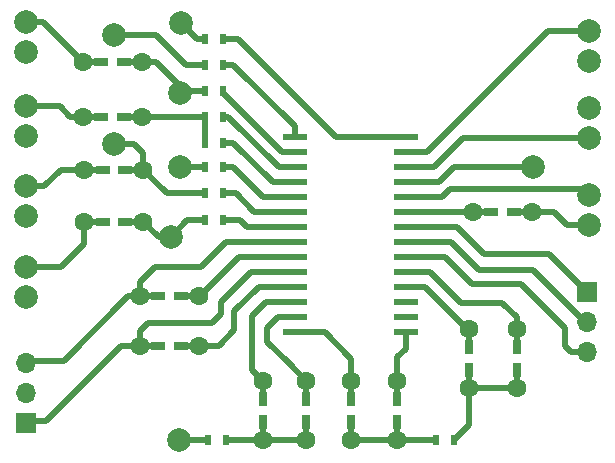
<source format=gbr>
G04 #@! TF.GenerationSoftware,KiCad,Pcbnew,(5.0.0)*
G04 #@! TF.CreationDate,2019-04-09T21:19:39+02:00*
G04 #@! TF.ProjectId,AudioProcessor,417564696F50726F636573736F722E6B,rev?*
G04 #@! TF.SameCoordinates,Original*
G04 #@! TF.FileFunction,Copper,L1,Top,Signal*
G04 #@! TF.FilePolarity,Positive*
%FSLAX46Y46*%
G04 Gerber Fmt 4.6, Leading zero omitted, Abs format (unit mm)*
G04 Created by KiCad (PCBNEW (5.0.0)) date 04/09/19 21:19:39*
%MOMM*%
%LPD*%
G01*
G04 APERTURE LIST*
G04 #@! TA.AperFunction,ComponentPad*
%ADD10C,2.000000*%
G04 #@! TD*
G04 #@! TA.AperFunction,ComponentPad*
%ADD11O,1.700000X1.700000*%
G04 #@! TD*
G04 #@! TA.AperFunction,ComponentPad*
%ADD12R,1.700000X1.700000*%
G04 #@! TD*
G04 #@! TA.AperFunction,ComponentPad*
%ADD13C,1.600000*%
G04 #@! TD*
G04 #@! TA.AperFunction,SMDPad,CuDef*
%ADD14R,0.500000X0.900000*%
G04 #@! TD*
G04 #@! TA.AperFunction,SMDPad,CuDef*
%ADD15R,2.000000X0.600000*%
G04 #@! TD*
G04 #@! TA.AperFunction,SMDPad,CuDef*
%ADD16R,1.200000X0.750000*%
G04 #@! TD*
G04 #@! TA.AperFunction,SMDPad,CuDef*
%ADD17R,0.750000X1.200000*%
G04 #@! TD*
G04 #@! TA.AperFunction,ViaPad*
%ADD18C,2.000000*%
G04 #@! TD*
G04 #@! TA.AperFunction,Conductor*
%ADD19C,0.500000*%
G04 #@! TD*
G04 APERTURE END LIST*
D10*
G04 #@! TO.P,J3,2*
G04 #@! TO.N,GNDA*
X93700000Y-57770000D03*
G04 #@! TO.P,J3,1*
G04 #@! TO.N,/IN2*
X93700000Y-55230000D03*
G04 #@! TD*
D11*
G04 #@! TO.P,J5,3*
G04 #@! TO.N,Net-(C6-Pad2)*
X93700000Y-84060000D03*
G04 #@! TO.P,J5,2*
G04 #@! TO.N,GNDA*
X93700000Y-86600000D03*
D12*
G04 #@! TO.P,J5,1*
G04 #@! TO.N,Net-(C7-Pad2)*
X93700000Y-89140000D03*
G04 #@! TD*
D10*
G04 #@! TO.P,J4,1*
G04 #@! TO.N,/IN1*
X93700000Y-62300000D03*
G04 #@! TO.P,J4,2*
G04 #@! TO.N,GNDA*
X93700000Y-64840000D03*
G04 #@! TD*
G04 #@! TO.P,J1,2*
G04 #@! TO.N,GNDA*
X93700000Y-78500000D03*
G04 #@! TO.P,J1,1*
G04 #@! TO.N,/IN4*
X93700000Y-75960000D03*
G04 #@! TD*
G04 #@! TO.P,J2,1*
G04 #@! TO.N,/IN3*
X93700000Y-69100000D03*
G04 #@! TO.P,J2,2*
G04 #@! TO.N,GNDA*
X93700000Y-71640000D03*
G04 #@! TD*
D13*
G04 #@! TO.P,C13,1*
G04 #@! TO.N,GNDA*
X136500000Y-71300000D03*
G04 #@! TO.P,C13,2*
G04 #@! TO.N,Net-(C13-Pad2)*
X131500000Y-71300000D03*
G04 #@! TD*
G04 #@! TO.P,C1,2*
G04 #@! TO.N,/IN4*
X98600000Y-72100000D03*
G04 #@! TO.P,C1,1*
G04 #@! TO.N,Net-(C1-Pad1)*
X103600000Y-72100000D03*
G04 #@! TD*
G04 #@! TO.P,C2,2*
G04 #@! TO.N,/IN3*
X98600000Y-67700000D03*
G04 #@! TO.P,C2,1*
G04 #@! TO.N,Net-(C2-Pad1)*
X103600000Y-67700000D03*
G04 #@! TD*
G04 #@! TO.P,C3,2*
G04 #@! TO.N,/IN2*
X98500000Y-58600000D03*
G04 #@! TO.P,C3,1*
G04 #@! TO.N,Net-(C3-Pad1)*
X103500000Y-58600000D03*
G04 #@! TD*
G04 #@! TO.P,C4,1*
G04 #@! TO.N,Net-(C4-Pad1)*
X103500000Y-63200000D03*
G04 #@! TO.P,C4,2*
G04 #@! TO.N,/IN1*
X98500000Y-63200000D03*
G04 #@! TD*
G04 #@! TO.P,C5,1*
G04 #@! TO.N,Net-(C5-Pad1)*
X113700000Y-90600000D03*
G04 #@! TO.P,C5,2*
G04 #@! TO.N,Net-(C5-Pad2)*
X113700000Y-85600000D03*
G04 #@! TD*
G04 #@! TO.P,C6,1*
G04 #@! TO.N,Net-(C6-Pad1)*
X108300000Y-78400000D03*
G04 #@! TO.P,C6,2*
G04 #@! TO.N,Net-(C6-Pad2)*
X103300000Y-78400000D03*
G04 #@! TD*
G04 #@! TO.P,C7,1*
G04 #@! TO.N,Net-(C7-Pad1)*
X108300000Y-82600000D03*
G04 #@! TO.P,C7,2*
G04 #@! TO.N,Net-(C7-Pad2)*
X103300000Y-82600000D03*
G04 #@! TD*
G04 #@! TO.P,C8,2*
G04 #@! TO.N,Net-(C5-Pad1)*
X117400000Y-90600000D03*
G04 #@! TO.P,C8,1*
G04 #@! TO.N,Net-(C8-Pad1)*
X117400000Y-85600000D03*
G04 #@! TD*
G04 #@! TO.P,C9,1*
G04 #@! TO.N,Net-(C10-Pad2)*
X121200000Y-90600000D03*
G04 #@! TO.P,C9,2*
G04 #@! TO.N,Net-(C9-Pad2)*
X121200000Y-85600000D03*
G04 #@! TD*
G04 #@! TO.P,C10,2*
G04 #@! TO.N,Net-(C10-Pad2)*
X125100000Y-90600000D03*
G04 #@! TO.P,C10,1*
G04 #@! TO.N,Net-(C10-Pad1)*
X125100000Y-85600000D03*
G04 #@! TD*
G04 #@! TO.P,C11,2*
G04 #@! TO.N,Net-(C11-Pad2)*
X135200000Y-81200000D03*
G04 #@! TO.P,C11,1*
G04 #@! TO.N,GNDA*
X135200000Y-86200000D03*
G04 #@! TD*
G04 #@! TO.P,C12,2*
G04 #@! TO.N,Net-(C12-Pad2)*
X131200000Y-81200000D03*
G04 #@! TO.P,C12,1*
G04 #@! TO.N,GNDA*
X131200000Y-86200000D03*
G04 #@! TD*
D12*
G04 #@! TO.P,J6,1*
G04 #@! TO.N,/SDA*
X141200000Y-78020000D03*
D11*
G04 #@! TO.P,J6,2*
G04 #@! TO.N,/SCL*
X141200000Y-80560000D03*
G04 #@! TO.P,J6,3*
G04 #@! TO.N,GND*
X141200000Y-83100000D03*
G04 #@! TD*
D10*
G04 #@! TO.P,J7,1*
G04 #@! TO.N,/LOUT*
X141300000Y-55960000D03*
G04 #@! TO.P,J7,2*
G04 #@! TO.N,GNDA*
X141300000Y-58500000D03*
G04 #@! TD*
G04 #@! TO.P,J8,2*
G04 #@! TO.N,GNDA*
X141300000Y-62460000D03*
G04 #@! TO.P,J8,1*
G04 #@! TO.N,/ROUT*
X141300000Y-65000000D03*
G04 #@! TD*
G04 #@! TO.P,J9,1*
G04 #@! TO.N,+9V*
X141300000Y-69860000D03*
G04 #@! TO.P,J9,2*
G04 #@! TO.N,GNDA*
X141300000Y-72400000D03*
G04 #@! TD*
D14*
G04 #@! TO.P,R1,2*
G04 #@! TO.N,Net-(C1-Pad1)*
X108850000Y-56600000D03*
G04 #@! TO.P,R1,1*
G04 #@! TO.N,Net-(R1-Pad1)*
X110350000Y-56600000D03*
G04 #@! TD*
G04 #@! TO.P,R2,2*
G04 #@! TO.N,Net-(C2-Pad1)*
X108850000Y-58800000D03*
G04 #@! TO.P,R2,1*
G04 #@! TO.N,Net-(R2-Pad1)*
X110350000Y-58800000D03*
G04 #@! TD*
G04 #@! TO.P,R3,1*
G04 #@! TO.N,Net-(R3-Pad1)*
X110350000Y-61000000D03*
G04 #@! TO.P,R3,2*
G04 #@! TO.N,Net-(C3-Pad1)*
X108850000Y-61000000D03*
G04 #@! TD*
G04 #@! TO.P,R4,1*
G04 #@! TO.N,Net-(R4-Pad1)*
X110300000Y-63200000D03*
G04 #@! TO.P,R4,2*
G04 #@! TO.N,Net-(C4-Pad1)*
X108800000Y-63200000D03*
G04 #@! TD*
G04 #@! TO.P,R5,2*
G04 #@! TO.N,Net-(C4-Pad1)*
X108800000Y-65400000D03*
G04 #@! TO.P,R5,1*
G04 #@! TO.N,Net-(R5-Pad1)*
X110300000Y-65400000D03*
G04 #@! TD*
G04 #@! TO.P,R6,2*
G04 #@! TO.N,Net-(C3-Pad1)*
X108800000Y-67500000D03*
G04 #@! TO.P,R6,1*
G04 #@! TO.N,Net-(R6-Pad1)*
X110300000Y-67500000D03*
G04 #@! TD*
G04 #@! TO.P,R7,1*
G04 #@! TO.N,Net-(R7-Pad1)*
X110300000Y-69700000D03*
G04 #@! TO.P,R7,2*
G04 #@! TO.N,Net-(C2-Pad1)*
X108800000Y-69700000D03*
G04 #@! TD*
G04 #@! TO.P,R8,1*
G04 #@! TO.N,Net-(R8-Pad1)*
X110350000Y-72000000D03*
G04 #@! TO.P,R8,2*
G04 #@! TO.N,Net-(C1-Pad1)*
X108850000Y-72000000D03*
G04 #@! TD*
G04 #@! TO.P,R9,1*
G04 #@! TO.N,Net-(C5-Pad1)*
X110600000Y-90600000D03*
G04 #@! TO.P,R9,2*
G04 #@! TO.N,GNDA*
X109100000Y-90600000D03*
G04 #@! TD*
G04 #@! TO.P,R10,2*
G04 #@! TO.N,GNDA*
X129900000Y-90600000D03*
G04 #@! TO.P,R10,1*
G04 #@! TO.N,Net-(C10-Pad2)*
X128400000Y-90600000D03*
G04 #@! TD*
D15*
G04 #@! TO.P,U1,28*
G04 #@! TO.N,Net-(R1-Pad1)*
X125800000Y-64945000D03*
G04 #@! TO.P,U1,27*
G04 #@! TO.N,/LOUT*
X125800000Y-66215000D03*
G04 #@! TO.P,U1,26*
G04 #@! TO.N,/ROUT*
X125800000Y-67485000D03*
G04 #@! TO.P,U1,25*
G04 #@! TO.N,GNDA*
X125800000Y-68755000D03*
G04 #@! TO.P,U1,24*
G04 #@! TO.N,+9V*
X125800000Y-70025000D03*
G04 #@! TO.P,U1,23*
G04 #@! TO.N,Net-(C13-Pad2)*
X125800000Y-71295000D03*
G04 #@! TO.P,U1,22*
G04 #@! TO.N,/SDA*
X125800000Y-72565000D03*
G04 #@! TO.P,U1,21*
G04 #@! TO.N,/SCL*
X125800000Y-73835000D03*
G04 #@! TO.P,U1,20*
G04 #@! TO.N,GND*
X125800000Y-75105000D03*
G04 #@! TO.P,U1,19*
G04 #@! TO.N,Net-(C11-Pad2)*
X125800000Y-76375000D03*
G04 #@! TO.P,U1,18*
G04 #@! TO.N,Net-(C12-Pad2)*
X125800000Y-77645000D03*
G04 #@! TO.P,U1,17*
G04 #@! TO.N,Net-(U1-Pad17)*
X125800000Y-78915000D03*
G04 #@! TO.P,U1,16*
G04 #@! TO.N,Net-(U1-Pad16)*
X125800000Y-80185000D03*
G04 #@! TO.P,U1,15*
G04 #@! TO.N,Net-(C10-Pad1)*
X125800000Y-81455000D03*
G04 #@! TO.P,U1,14*
G04 #@! TO.N,Net-(C9-Pad2)*
X116400000Y-81455000D03*
G04 #@! TO.P,U1,13*
G04 #@! TO.N,Net-(C8-Pad1)*
X116400000Y-80185000D03*
G04 #@! TO.P,U1,12*
G04 #@! TO.N,Net-(C5-Pad2)*
X116400000Y-78915000D03*
G04 #@! TO.P,U1,11*
G04 #@! TO.N,Net-(C7-Pad1)*
X116400000Y-77645000D03*
G04 #@! TO.P,U1,10*
G04 #@! TO.N,Net-(C7-Pad2)*
X116400000Y-76375000D03*
G04 #@! TO.P,U1,9*
G04 #@! TO.N,Net-(C6-Pad1)*
X116400000Y-75105000D03*
G04 #@! TO.P,U1,8*
G04 #@! TO.N,Net-(C6-Pad2)*
X116400000Y-73835000D03*
G04 #@! TO.P,U1,7*
G04 #@! TO.N,Net-(R8-Pad1)*
X116400000Y-72565000D03*
G04 #@! TO.P,U1,6*
G04 #@! TO.N,Net-(R7-Pad1)*
X116400000Y-71295000D03*
G04 #@! TO.P,U1,5*
G04 #@! TO.N,Net-(R6-Pad1)*
X116400000Y-70025000D03*
G04 #@! TO.P,U1,4*
G04 #@! TO.N,Net-(R5-Pad1)*
X116400000Y-68755000D03*
G04 #@! TO.P,U1,3*
G04 #@! TO.N,Net-(R4-Pad1)*
X116400000Y-67485000D03*
G04 #@! TO.P,U1,2*
G04 #@! TO.N,Net-(R3-Pad1)*
X116400000Y-66215000D03*
G04 #@! TO.P,U1,1*
G04 #@! TO.N,Net-(R2-Pad1)*
X116400000Y-64945000D03*
G04 #@! TD*
D16*
G04 #@! TO.P,REF\002A\002A,1*
G04 #@! TO.N,N/C*
X133050000Y-71300000D03*
G04 #@! TO.P,REF\002A\002A,2*
X134950000Y-71300000D03*
G04 #@! TD*
D17*
G04 #@! TO.P,REF\002A\002A,1*
G04 #@! TO.N,N/C*
X135200000Y-84650000D03*
G04 #@! TO.P,REF\002A\002A,2*
X135200000Y-82750000D03*
G04 #@! TD*
G04 #@! TO.P,REF\002A\002A,1*
G04 #@! TO.N,N/C*
X131200000Y-84650000D03*
G04 #@! TO.P,REF\002A\002A,2*
X131200000Y-82750000D03*
G04 #@! TD*
G04 #@! TO.P,REF\002A\002A,1*
G04 #@! TO.N,N/C*
X125100000Y-89050000D03*
G04 #@! TO.P,REF\002A\002A,2*
X125100000Y-87150000D03*
G04 #@! TD*
G04 #@! TO.P,REF\002A\002A,1*
G04 #@! TO.N,N/C*
X121200000Y-89050000D03*
G04 #@! TO.P,REF\002A\002A,2*
X121200000Y-87150000D03*
G04 #@! TD*
G04 #@! TO.P,REF\002A\002A,1*
G04 #@! TO.N,N/C*
X117400000Y-89050000D03*
G04 #@! TO.P,REF\002A\002A,2*
X117400000Y-87150000D03*
G04 #@! TD*
G04 #@! TO.P,REF\002A\002A,1*
G04 #@! TO.N,N/C*
X113700000Y-89050000D03*
G04 #@! TO.P,REF\002A\002A,2*
X113700000Y-87150000D03*
G04 #@! TD*
D16*
G04 #@! TO.P,REF\002A\002A,1*
G04 #@! TO.N,N/C*
X104850000Y-82600000D03*
G04 #@! TO.P,REF\002A\002A,2*
X106750000Y-82600000D03*
G04 #@! TD*
G04 #@! TO.P,REF\002A\002A,1*
G04 #@! TO.N,N/C*
X104850000Y-78400000D03*
G04 #@! TO.P,REF\002A\002A,2*
X106750000Y-78400000D03*
G04 #@! TD*
G04 #@! TO.P,REF\002A\002A,1*
G04 #@! TO.N,N/C*
X100150000Y-72100000D03*
G04 #@! TO.P,REF\002A\002A,2*
X102050000Y-72100000D03*
G04 #@! TD*
G04 #@! TO.P,REF\002A\002A,1*
G04 #@! TO.N,N/C*
X100150000Y-67700000D03*
G04 #@! TO.P,REF\002A\002A,2*
X102050000Y-67700000D03*
G04 #@! TD*
G04 #@! TO.P,REF\002A\002A,1*
G04 #@! TO.N,N/C*
X100050000Y-63200000D03*
G04 #@! TO.P,REF\002A\002A,2*
X101950000Y-63200000D03*
G04 #@! TD*
G04 #@! TO.P,REF\002A\002A,1*
G04 #@! TO.N,N/C*
X100050000Y-58600000D03*
G04 #@! TO.P,REF\002A\002A,2*
X101950000Y-58600000D03*
G04 #@! TD*
D18*
G04 #@! TO.N,Net-(C1-Pad1)*
X105900000Y-73400000D03*
X106800000Y-55300000D03*
G04 #@! TO.N,Net-(C2-Pad1)*
X101100000Y-65500000D03*
X101100000Y-56300000D03*
G04 #@! TO.N,Net-(C3-Pad1)*
X106700000Y-67500000D03*
X106700000Y-61200000D03*
G04 #@! TO.N,GNDA*
X136600000Y-67500000D03*
X106600000Y-90600000D03*
G04 #@! TD*
D19*
G04 #@! TO.N,/IN4*
X93700000Y-75960000D02*
X96640000Y-75960000D01*
X98600000Y-74000000D02*
X98600000Y-72100000D01*
X96640000Y-75960000D02*
X98600000Y-74000000D01*
X98600000Y-72100000D02*
X100150000Y-72100000D01*
G04 #@! TO.N,Net-(C1-Pad1)*
X103900000Y-71800000D02*
X103600000Y-72100000D01*
X108850000Y-72000000D02*
X107300000Y-72000000D01*
X107300000Y-72000000D02*
X105900000Y-73400000D01*
X104900000Y-73400000D02*
X103600000Y-72100000D01*
X105900000Y-73400000D02*
X104900000Y-73400000D01*
X108100000Y-56600000D02*
X106800000Y-55300000D01*
X108850000Y-56600000D02*
X108100000Y-56600000D01*
X103600000Y-72100000D02*
X102050000Y-72100000D01*
G04 #@! TO.N,/IN3*
X93700000Y-69100000D02*
X95200000Y-69100000D01*
X96600000Y-67700000D02*
X98600000Y-67700000D01*
X95200000Y-69100000D02*
X96600000Y-67700000D01*
X98600000Y-67700000D02*
X100150000Y-67700000D01*
G04 #@! TO.N,Net-(C2-Pad1)*
X108850000Y-58800000D02*
X108300000Y-58800000D01*
X105600000Y-69700000D02*
X103600000Y-67700000D01*
X108800000Y-69700000D02*
X105600000Y-69700000D01*
X107200000Y-58800000D02*
X108850000Y-58800000D01*
X101100000Y-56300000D02*
X104700000Y-56300000D01*
X104700000Y-56300000D02*
X107200000Y-58800000D01*
X103600000Y-67700000D02*
X102050000Y-67700000D01*
X103600000Y-66300000D02*
X103600000Y-67700000D01*
X101100000Y-65500000D02*
X102800000Y-65500000D01*
X102800000Y-65500000D02*
X103600000Y-66300000D01*
G04 #@! TO.N,/IN2*
X95130000Y-55230000D02*
X98500000Y-58600000D01*
X93700000Y-55230000D02*
X95130000Y-55230000D01*
X98500000Y-58600000D02*
X100050000Y-58600000D01*
G04 #@! TO.N,Net-(C3-Pad1)*
X108800000Y-67500000D02*
X106700000Y-67500000D01*
X106700000Y-61200000D02*
X107300000Y-61200000D01*
X107500000Y-61000000D02*
X108850000Y-61000000D01*
X107300000Y-61200000D02*
X107500000Y-61000000D01*
X106700000Y-61200000D02*
X106700000Y-60600000D01*
X104700000Y-58600000D02*
X103500000Y-58600000D01*
X106700000Y-60600000D02*
X104700000Y-58600000D01*
X101950000Y-58600000D02*
X103500000Y-58600000D01*
G04 #@! TO.N,Net-(C4-Pad1)*
X108800000Y-63200000D02*
X108800000Y-65400000D01*
X103700000Y-63000000D02*
X103500000Y-63200000D01*
X108800000Y-63200000D02*
X103500000Y-63200000D01*
X101950000Y-63200000D02*
X103500000Y-63200000D01*
G04 #@! TO.N,/IN1*
X98500000Y-63200000D02*
X97400000Y-63200000D01*
X96500000Y-62300000D02*
X93700000Y-62300000D01*
X97400000Y-63200000D02*
X96500000Y-62300000D01*
X98500000Y-63200000D02*
X100050000Y-63200000D01*
G04 #@! TO.N,Net-(C5-Pad1)*
X117400000Y-90600000D02*
X113700000Y-90600000D01*
X113700000Y-90600000D02*
X110600000Y-90600000D01*
X113700000Y-90600000D02*
X113700000Y-89050000D01*
X117400000Y-90600000D02*
X117400000Y-89050000D01*
G04 #@! TO.N,Net-(C5-Pad2)*
X116400000Y-78915000D02*
X113985000Y-78915000D01*
X113985000Y-78915000D02*
X112800000Y-80100000D01*
X112800000Y-84700000D02*
X113700000Y-85600000D01*
X112800000Y-80100000D02*
X112800000Y-84700000D01*
X113700000Y-85600000D02*
X113700000Y-87150000D01*
G04 #@! TO.N,Net-(C6-Pad1)*
X108300000Y-78400000D02*
X108400000Y-78400000D01*
X111695000Y-75105000D02*
X116400000Y-75105000D01*
X108400000Y-78400000D02*
X111695000Y-75105000D01*
X108300000Y-78400000D02*
X106750000Y-78400000D01*
G04 #@! TO.N,Net-(C6-Pad2)*
X103300000Y-78400000D02*
X102300000Y-78400000D01*
X102300000Y-78400000D02*
X96840000Y-83860000D01*
X93900000Y-83860000D02*
X93700000Y-84060000D01*
X96840000Y-83860000D02*
X93900000Y-83860000D01*
X103300000Y-77200000D02*
X103300000Y-78400000D01*
X104600000Y-75900000D02*
X103300000Y-77200000D01*
X108500000Y-75900000D02*
X104600000Y-75900000D01*
X116400000Y-73835000D02*
X110565000Y-73835000D01*
X110565000Y-73835000D02*
X108500000Y-75900000D01*
X103300000Y-78400000D02*
X104850000Y-78400000D01*
G04 #@! TO.N,Net-(C7-Pad1)*
X108300000Y-82600000D02*
X110000000Y-82600000D01*
X110000000Y-82600000D02*
X111300000Y-81300000D01*
X111300000Y-81300000D02*
X111300000Y-79700000D01*
X113355000Y-77645000D02*
X116400000Y-77645000D01*
X111300000Y-79700000D02*
X113355000Y-77645000D01*
X108300000Y-82600000D02*
X106750000Y-82600000D01*
G04 #@! TO.N,Net-(C7-Pad2)*
X103300000Y-81400000D02*
X103300000Y-82600000D01*
X112725000Y-76375000D02*
X110200000Y-78900000D01*
X116400000Y-76375000D02*
X112725000Y-76375000D01*
X110200000Y-79900000D02*
X109400000Y-80700000D01*
X109400000Y-80700000D02*
X104000000Y-80700000D01*
X110200000Y-78900000D02*
X110200000Y-79900000D01*
X104000000Y-80700000D02*
X103300000Y-81400000D01*
X103300000Y-82600000D02*
X104850000Y-82600000D01*
X101700000Y-82600000D02*
X103300000Y-82600000D01*
X95360000Y-88940000D02*
X101700000Y-82600000D01*
X93700000Y-89140000D02*
X93900000Y-88940000D01*
X93900000Y-88940000D02*
X95360000Y-88940000D01*
G04 #@! TO.N,Net-(C8-Pad1)*
X116400000Y-80185000D02*
X115015000Y-80185000D01*
X115015000Y-80185000D02*
X114100000Y-81100000D01*
X114100000Y-81100000D02*
X114100000Y-82300000D01*
X114100000Y-82300000D02*
X115900000Y-84100000D01*
X115900000Y-84100000D02*
X117400000Y-85600000D01*
X117400000Y-85600000D02*
X117400000Y-87150000D01*
G04 #@! TO.N,Net-(C10-Pad2)*
X125100000Y-90600000D02*
X128400000Y-90600000D01*
X121200000Y-90600000D02*
X125100000Y-90600000D01*
X121200000Y-90600000D02*
X121200000Y-89050000D01*
X125100000Y-90600000D02*
X125100000Y-89050000D01*
G04 #@! TO.N,Net-(C9-Pad2)*
X116400000Y-81455000D02*
X118955000Y-81455000D01*
X121200000Y-83700000D02*
X121200000Y-85600000D01*
X118955000Y-81455000D02*
X121200000Y-83700000D01*
X121200000Y-85600000D02*
X121200000Y-87150000D01*
G04 #@! TO.N,Net-(C10-Pad1)*
X125100000Y-85600000D02*
X125100000Y-83600000D01*
X125800000Y-82900000D02*
X125800000Y-81455000D01*
X125100000Y-83600000D02*
X125800000Y-82900000D01*
X125100000Y-85600000D02*
X125100000Y-87150000D01*
G04 #@! TO.N,Net-(C11-Pad2)*
X135200000Y-80200000D02*
X135200000Y-81200000D01*
X134000000Y-79000000D02*
X135200000Y-80200000D01*
X130500000Y-79000000D02*
X134000000Y-79000000D01*
X125800000Y-76375000D02*
X127875000Y-76375000D01*
X127875000Y-76375000D02*
X130500000Y-79000000D01*
X135200000Y-81200000D02*
X135200000Y-82750000D01*
G04 #@! TO.N,GNDA*
X131200000Y-86200000D02*
X135200000Y-86200000D01*
X131200000Y-89300000D02*
X129900000Y-90600000D01*
X131200000Y-86200000D02*
X131200000Y-89300000D01*
X141300000Y-72400000D02*
X139500000Y-72400000D01*
X138400000Y-71300000D02*
X136500000Y-71300000D01*
X139500000Y-72400000D02*
X138400000Y-71300000D01*
X125800000Y-68755000D02*
X128645000Y-68755000D01*
X128645000Y-68755000D02*
X129900000Y-67500000D01*
X129900000Y-67500000D02*
X136600000Y-67500000D01*
X109100000Y-90600000D02*
X106600000Y-90600000D01*
X136500000Y-71300000D02*
X134950000Y-71300000D01*
X131200000Y-86200000D02*
X131200000Y-84650000D01*
X135200000Y-86200000D02*
X135200000Y-84650000D01*
G04 #@! TO.N,Net-(C12-Pad2)*
X127445000Y-77645000D02*
X125800000Y-77645000D01*
X131200000Y-81200000D02*
X131000000Y-81200000D01*
X131000000Y-81200000D02*
X127445000Y-77645000D01*
X131200000Y-81200000D02*
X131200000Y-82750000D01*
G04 #@! TO.N,Net-(C13-Pad2)*
X131495000Y-71295000D02*
X131500000Y-71300000D01*
X125800000Y-71295000D02*
X131495000Y-71295000D01*
X131500000Y-71300000D02*
X133050000Y-71300000D01*
G04 #@! TO.N,/SDA*
X137980000Y-74800000D02*
X141200000Y-78020000D01*
X132400000Y-74800000D02*
X137980000Y-74800000D01*
X125800000Y-72565000D02*
X130165000Y-72565000D01*
X130165000Y-72565000D02*
X132400000Y-74800000D01*
G04 #@! TO.N,/SCL*
X129635000Y-73835000D02*
X125800000Y-73835000D01*
X132000000Y-76200000D02*
X129635000Y-73835000D01*
X136600000Y-76200000D02*
X132000000Y-76200000D01*
X141200000Y-80560000D02*
X140960000Y-80560000D01*
X140960000Y-80560000D02*
X136600000Y-76200000D01*
G04 #@! TO.N,GND*
X129105000Y-75105000D02*
X131400000Y-77400000D01*
X125800000Y-75105000D02*
X129105000Y-75105000D01*
X131400000Y-77400000D02*
X135600000Y-77400000D01*
X139800000Y-83100000D02*
X141200000Y-83100000D01*
X139300000Y-81100000D02*
X139300000Y-82600000D01*
X135600000Y-77400000D02*
X139300000Y-81100000D01*
X139300000Y-82600000D02*
X139800000Y-83100000D01*
G04 #@! TO.N,/LOUT*
X125800000Y-66215000D02*
X127585000Y-66215000D01*
X137840000Y-55960000D02*
X141300000Y-55960000D01*
X127585000Y-66215000D02*
X137840000Y-55960000D01*
G04 #@! TO.N,/ROUT*
X125800000Y-67485000D02*
X128215000Y-67485000D01*
X130700000Y-65000000D02*
X141300000Y-65000000D01*
X128215000Y-67485000D02*
X130700000Y-65000000D01*
G04 #@! TO.N,+9V*
X140740000Y-69300000D02*
X141300000Y-69860000D01*
X129600000Y-69300000D02*
X140740000Y-69300000D01*
X125800000Y-70025000D02*
X128875000Y-70025000D01*
X128875000Y-70025000D02*
X129600000Y-69300000D01*
G04 #@! TO.N,Net-(R1-Pad1)*
X111600000Y-56600000D02*
X110350000Y-56600000D01*
X125800000Y-64945000D02*
X119945000Y-64945000D01*
X119945000Y-64945000D02*
X111600000Y-56600000D01*
G04 #@! TO.N,Net-(R2-Pad1)*
X116400000Y-64945000D02*
X116400000Y-64000000D01*
X111200000Y-58800000D02*
X110350000Y-58800000D01*
X116400000Y-64000000D02*
X111200000Y-58800000D01*
G04 #@! TO.N,Net-(R3-Pad1)*
X116400000Y-66215000D02*
X115315000Y-66215000D01*
X110350000Y-61250000D02*
X110350000Y-61000000D01*
X115315000Y-66215000D02*
X110350000Y-61250000D01*
G04 #@! TO.N,Net-(R4-Pad1)*
X116400000Y-67485000D02*
X115085000Y-67485000D01*
X110800000Y-63200000D02*
X110300000Y-63200000D01*
X115085000Y-67485000D02*
X110800000Y-63200000D01*
G04 #@! TO.N,Net-(R5-Pad1)*
X116400000Y-68755000D02*
X114555000Y-68755000D01*
X111200000Y-65400000D02*
X110300000Y-65400000D01*
X114555000Y-68755000D02*
X111200000Y-65400000D01*
G04 #@! TO.N,Net-(R6-Pad1)*
X111200000Y-67500000D02*
X110300000Y-67500000D01*
X116400000Y-70025000D02*
X113725000Y-70025000D01*
X113725000Y-70025000D02*
X111200000Y-67500000D01*
G04 #@! TO.N,Net-(R7-Pad1)*
X111400000Y-69700000D02*
X110300000Y-69700000D01*
X116400000Y-71295000D02*
X112995000Y-71295000D01*
X112995000Y-71295000D02*
X111400000Y-69700000D01*
G04 #@! TO.N,Net-(R8-Pad1)*
X111800000Y-72000000D02*
X110350000Y-72000000D01*
X116400000Y-72565000D02*
X112365000Y-72565000D01*
X112365000Y-72565000D02*
X111800000Y-72000000D01*
G04 #@! TD*
M02*

</source>
